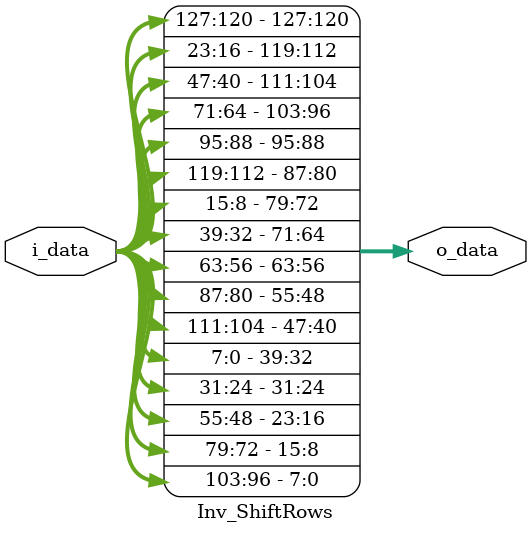
<source format=v>
/*---------------------------------

	ShiftRows.v

	date : 01/30/23 (mm-dd-yy)
	Author : YH J
-----------------------------------



[	127 95 63 31
	119 87 55 23
	111 79 47 15
	103 71 39 7 ]

-----Shift 진행------

[	127 95 63 31
	87 55 23 119
	47 15 111 79
	7 103 71 39 ]
	↓  ↓  ↓  ↓
   (1)(2)(3)(4)


// 본래 형태 및 왼쪽 Shift 된 형태
// 아래로 내리면서 비트 저장
// Encryption 단계
*/

module ShiftRows(
	input [127:0] 	i_data,
	output reg [127:0] 	o_data
	);



always@* begin
		o_data = {	i_data[	127:120],	i_data[	87:80],		i_data[	47:40],		i_data[7:0],			
					i_data[	95:88], 	i_data[	55:48], 	i_data[	15:8], 		i_data[103:96], 		
					i_data[	63:56], 	i_data[	23:16], 	i_data[	111:104], 	i_data[71:64], 			
					i_data[	31:24],		i_data[	119:112], 	i_data[	79:72], 	i_data[39:32] 			
				};		
end
endmodule

/*

[	127 95 63 31
	119 87 55 23
	111 79 47 15
	103 71 39 7 ]

-----Shift 진행------

[	127 95 63 31
	23 119 87 55
	47 15 111 79
	71 39 7 103  ]
	↓  ↓  ↓  ↓
   (1)(2)(3)(4)

// 오른쪽 Shift 된 형태
// Decryption 단계
*/


module Inv_ShiftRows(
	input [127:0] 	i_data,
	output reg [127:0] 	o_data
	);


always@* 
begin
 		o_data = { 	i_data[	127:120], 	i_data[	23:16], 	i_data[	47:40], 	i_data[71:64],		
					i_data[	95:88], 	i_data[	119:112], 	i_data[	15:8], 		i_data[39:32],		
					i_data[	63:56], 	i_data[	87:80], 	i_data[	111:104], 	i_data[7:0],
					i_data[	31:24], 	i_data[	55:48], 	i_data[	79:72], 	i_data[103:96]};
end
endmodule

</source>
